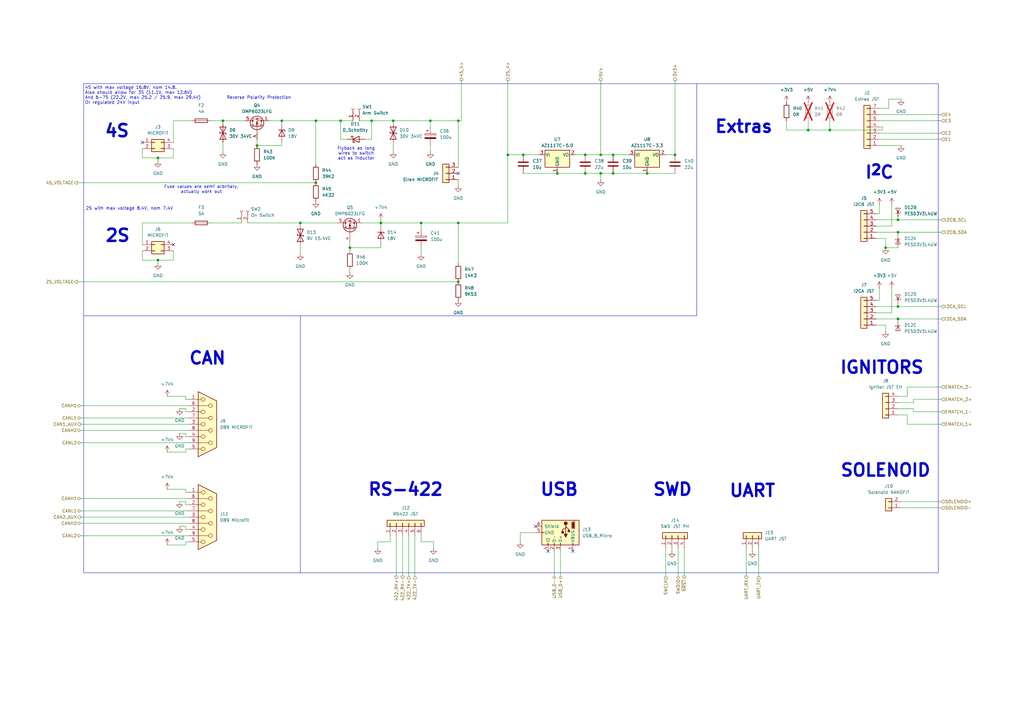
<source format=kicad_sch>
(kicad_sch (version 20250114) (generator "eeschema") (generator_version "9.0")
  (paper "A3")
  (title_block (title "Connectors") (date "2025-04-02") (rev "A") (company "Hybrid Test Stand 2025") (comment 1 "Drawn: Brad Redpath") (comment 2 "Checked: "))
  (rectangle (start 34.29 34.29) (end 384.81 234.95))
  (text "CAN" (at 85.09 147.066 0) (effects (font (size 5 5) (thickness 1) (bold yes))))
  (text "USB" (at 229.362 200.914 0) (effects (font (size 5 5) (thickness 1) (bold yes))))
  (text "Flyback as long\nwires to switch\nact as inductor" (at 146.05 62.992 0) (effects (font (size 1.27 1.27))))
  (text "SOLENOID" (at 363.22 193.04 0) (effects (font (size 5 5) (thickness 1) (bold yes))))
  (text "RS-422" (at 166.37 200.914 0) (effects (font (size 5 5) (thickness 1) (bold yes))))
  (text "IGNITORS" (at 361.696 150.876 0) (effects (font (size 5 5) (thickness 1) (bold yes))))
  (text "Extras" (at 305.054 52.07 0) (effects (font (size 5 5) (thickness 1) (bold yes))))
  (text "2S" (at 48.26 96.774 0) (effects (font (size 5 5) (thickness 1) (bold yes))))
  (text "2S with max voltage 8.4V, nom 7.4V" (at 53.086 85.598 0) (effects (font (size 1.27 1.27))))
  (text "Fuse values are semi arbritary,\nactually work out" (at 82.55 77.724 0) (effects (font (size 1.27 1.27))))
  (text "4S with max voltage 16.8V, nom 14.8.\nAlso should allow for 3S (11.1V, max 12.6V)\nAnd 6-7S (22.2V, max 25.2 / 25.9, max 29.4V)\nOr regulated 24V input" (at 34.798 39.116 0) (effects (font (size 1.27 1.27)) (justify left)))
  (text "4S" (at 48.006 53.848 0) (effects (font (size 5 5) (thickness 1) (bold yes))))
  (text "Reverse Polarity Protection" (at 106.172 40.132 0) (effects (font (size 1.27 1.27))))
  (text "UART" (at 308.61 201.422 0) (effects (font (size 5 5) (thickness 1) (bold yes))))
  (text "SWD" (at 275.844 200.914 0) (effects (font (size 5 5) (thickness 1) (bold yes))))
  (text "I^{2}C" (at 360.68 70.866 0) (effects (font (size 5 5) (thickness 1) (bold yes))))
  (junction (at 276.86 63.5))
  (junction (at 331.47 53.34))
  (junction (at 363.22 101.6))
  (junction (at 240.03 63.5))
  (junction (at 251.46 71.12))
  (junction (at 187.96 91.44))
  (junction (at 129.54 49.53))
  (junction (at 176.53 49.53))
  (junction (at 246.38 71.12))
  (junction (at 368.3 130.81))
  (junction (at 64.77 106.68))
  (junction (at 214.63 63.5))
  (junction (at 123.19 91.44))
  (junction (at 172.72 91.44))
  (junction (at 187.96 49.53))
  (junction (at 240.03 71.12))
  (junction (at 208.28 63.5))
  (junction (at 156.21 91.44))
  (junction (at 143.51 101.6))
  (junction (at 228.6 71.12))
  (junction (at 152.4 49.53))
  (junction (at 265.43 71.12))
  (junction (at 368.3 90.17))
  (junction (at 129.54 74.93))
  (junction (at 91.44 49.53))
  (junction (at 340.36 53.34))
  (junction (at 105.41 59.69))
  (junction (at 251.46 63.5))
  (junction (at 187.96 115.57))
  (junction (at 139.7 49.53))
  (junction (at 368.3 125.73))
  (junction (at 115.57 49.53))
  (junction (at 246.38 63.5))
  (junction (at 161.29 49.53))
  (junction (at 368.3 95.25))
  (junction (at 64.77 64.77))
  (no_connect (at 219.71 215.9))
  (no_connect (at 234.95 226.06))
  (no_connect (at 187.96 71.12))
  (no_connect (at 224.79 226.06))
  (no_connect (at 71.12 100.33))
  (no_connect (at 58.42 58.42))
  (wire (pts (xy 156.21 101.6) (xy 143.51 101.6)))
  (wire (pts (xy 236.22 63.5) (xy 240.03 63.5)))
  (wire (pts (xy 278.13 224.79) (xy 278.13 236.22)))
  (wire (pts (xy 68.58 162.56) (xy 76.2 162.56)))
  (wire (pts (xy 58.42 106.68) (xy 58.42 102.87)))
  (wire (pts (xy 365.76 128.27) (xy 359.41 128.27)))
  (wire (pts (xy 33.02 173.99) (xy 77.47 173.99)))
  (wire (pts (xy 143.51 99.06) (xy 143.51 101.6)))
  (wire (pts (xy 246.38 73.66) (xy 246.38 71.12)))
  (wire (pts (xy 275.59 226.06) (xy 275.59 224.79)))
  (wire (pts (xy 177.8 222.25) (xy 177.8 224.79)))
  (wire (pts (xy 368.3 95.25) (xy 386.08 95.25)))
  (wire (pts (xy 331.47 53.34) (xy 340.36 53.34)))
  (wire (pts (xy 162.56 219.71) (xy 162.56 236.22)))
  (wire (pts (xy 359.41 87.63) (xy 360.68 87.63)))
  (wire (pts (xy 176.53 49.53) (xy 187.96 49.53)))
  (wire (pts (xy 64.77 106.68) (xy 64.77 107.95)))
  (wire (pts (xy 273.05 224.79) (xy 273.05 236.22)))
  (wire (pts (xy 359.41 95.25) (xy 368.3 95.25)))
  (wire (pts (xy 156.21 90.17) (xy 156.21 91.44)))
  (wire (pts (xy 365.76 92.71) (xy 359.41 92.71)))
  (wire (pts (xy 368.3 88.9) (xy 368.3 90.17)))
  (wire (pts (xy 76.2 162.56) (xy 76.2 163.83)))
  (wire (pts (xy 368.3 124.46) (xy 368.3 125.73)))
  (wire (pts (xy 246.38 33.02) (xy 246.38 63.5)))
  (wire (pts (xy 58.42 91.44) (xy 78.74 91.44)))
  (wire (pts (xy 368.3 90.17) (xy 386.08 90.17)))
  (wire (pts (xy 331.47 49.53) (xy 331.47 53.34)))
  (wire (pts (xy 156.21 91.44) (xy 172.72 91.44)))
  (wire (pts (xy 172.72 91.44) (xy 187.96 91.44)))
  (wire (pts (xy 149.86 57.15) (xy 152.4 57.15)))
  (wire (pts (xy 115.57 49.53) (xy 129.54 49.53)))
  (wire (pts (xy 365.76 118.11) (xy 365.76 128.27)))
  (wire (pts (xy 33.02 214.63) (xy 77.47 214.63)))
  (wire (pts (xy 68.58 223.52) (xy 76.2 223.52)))
  (wire (pts (xy 147.32 49.53) (xy 152.4 49.53)))
  (wire (pts (xy 360.68 54.61) (xy 386.08 54.61)))
  (wire (pts (xy 33.02 212.09) (xy 77.47 212.09)))
  (wire (pts (xy 165.1 219.71) (xy 165.1 236.22)))
  (wire (pts (xy 76.2 167.64) (xy 76.2 168.91)))
  (wire (pts (xy 33.02 171.45) (xy 77.47 171.45)))
  (wire (pts (xy 71.12 60.96) (xy 71.12 64.77)))
  (wire (pts (xy 76.2 200.66) (xy 76.2 201.93)))
  (wire (pts (xy 68.58 200.66) (xy 76.2 200.66)))
  (wire (pts (xy 31.75 74.93) (xy 129.54 74.93)))
  (wire (pts (xy 360.68 57.15) (xy 386.08 57.15)))
  (polyline (pts (xy 285.75 34.29) (xy 285.75 129.54)))
  (wire (pts (xy 123.19 91.44) (xy 138.43 91.44)))
  (wire (pts (xy 154.94 222.25) (xy 154.94 224.79)))
  (wire (pts (xy 76.2 215.9) (xy 73.66 215.9)))
  (wire (pts (xy 368.3 130.81) (xy 386.08 130.81)))
  (wire (pts (xy 172.72 91.44) (xy 172.72 93.98)))
  (wire (pts (xy 187.96 91.44) (xy 208.28 91.44)))
  (wire (pts (xy 359.41 90.17) (xy 368.3 90.17)))
  (wire (pts (xy 172.72 222.25) (xy 177.8 222.25)))
  (wire (pts (xy 160.02 219.71) (xy 160.02 222.25)))
  (wire (pts (xy 365.76 83.82) (xy 365.76 92.71)))
  (wire (pts (xy 386.08 168.91) (xy 374.65 168.91)))
  (wire (pts (xy 276.86 33.02) (xy 276.86 63.5)))
  (wire (pts (xy 143.51 111.76) (xy 143.51 110.49)))
  (wire (pts (xy 76.2 185.42) (xy 68.58 185.42)))
  (wire (pts (xy 76.2 177.8) (xy 76.2 179.07)))
  (wire (pts (xy 143.51 101.6) (xy 143.51 102.87)))
  (wire (pts (xy 76.2 185.42) (xy 76.2 184.15)))
  (wire (pts (xy 386.08 163.83) (xy 374.65 163.83)))
  (wire (pts (xy 374.65 165.1) (xy 374.65 163.83)))
  (wire (pts (xy 228.6 71.12) (xy 240.03 71.12)))
  (wire (pts (xy 156.21 100.33) (xy 156.21 101.6)))
  (wire (pts (xy 364.49 40.64) (xy 369.57 40.64)))
  (wire (pts (xy 160.02 222.25) (xy 154.94 222.25)))
  (wire (pts (xy 251.46 71.12) (xy 265.43 71.12)))
  (wire (pts (xy 76.2 217.17) (xy 77.47 217.17)))
  (wire (pts (xy 360.68 44.45) (xy 364.49 44.45)))
  (polyline (pts (xy 123.19 129.54) (xy 123.19 234.95)))
  (wire (pts (xy 386.08 173.99) (xy 372.11 173.99)))
  (polyline (pts (xy 34.29 129.54) (xy 285.75 129.54)))
  (wire (pts (xy 161.29 49.53) (xy 176.53 49.53)))
  (wire (pts (xy 64.77 64.77) (xy 58.42 64.77)))
  (wire (pts (xy 322.58 53.34) (xy 331.47 53.34)))
  (wire (pts (xy 58.42 64.77) (xy 58.42 60.96)))
  (wire (pts (xy 229.87 226.06) (xy 229.87 236.22)))
  (wire (pts (xy 152.4 49.53) (xy 161.29 49.53)))
  (wire (pts (xy 368.3 167.64) (xy 374.65 167.64)))
  (wire (pts (xy 123.19 92.71) (xy 123.19 91.44)))
  (wire (pts (xy 265.43 71.12) (xy 276.86 71.12)))
  (wire (pts (xy 115.57 49.53) (xy 110.49 49.53)))
  (wire (pts (xy 129.54 49.53) (xy 139.7 49.53)))
  (wire (pts (xy 340.36 53.34) (xy 361.95 53.34)))
  (wire (pts (xy 86.36 49.53) (xy 91.44 49.53)))
  (wire (pts (xy 213.36 218.44) (xy 213.36 222.25)))
  (wire (pts (xy 105.41 57.15) (xy 105.41 59.69)))
  (wire (pts (xy 219.71 218.44) (xy 213.36 218.44)))
  (wire (pts (xy 322.58 49.53) (xy 322.58 53.34)))
  (wire (pts (xy 33.02 209.55) (xy 77.47 209.55)))
  (wire (pts (xy 76.2 179.07) (xy 77.47 179.07)))
  (wire (pts (xy 33.02 166.37) (xy 77.47 166.37)))
  (wire (pts (xy 142.24 57.15) (xy 139.7 57.15)))
  (wire (pts (xy 187.96 49.53) (xy 189.23 49.53)))
  (wire (pts (xy 227.33 226.06) (xy 227.33 236.22)))
  (wire (pts (xy 386.08 158.75) (xy 372.11 158.75)))
  (wire (pts (xy 359.41 123.19) (xy 360.68 123.19)))
  (wire (pts (xy 369.57 208.28) (xy 386.08 208.28)))
  (wire (pts (xy 360.68 49.53) (xy 386.08 49.53)))
  (wire (pts (xy 76.2 201.93) (xy 77.47 201.93)))
  (wire (pts (xy 172.72 219.71) (xy 172.72 222.25)))
  (wire (pts (xy 33.02 176.53) (xy 77.47 176.53)))
  (wire (pts (xy 64.77 64.77) (xy 64.77 66.04)))
  (wire (pts (xy 240.03 71.12) (xy 246.38 71.12)))
  (wire (pts (xy 91.44 62.23) (xy 91.44 58.42)))
  (wire (pts (xy 123.19 104.14) (xy 123.19 100.33)))
  (wire (pts (xy 368.3 130.81) (xy 368.3 132.08)))
  (wire (pts (xy 208.28 63.5) (xy 214.63 63.5)))
  (wire (pts (xy 156.21 92.71) (xy 156.21 91.44)))
  (wire (pts (xy 360.68 83.82) (xy 360.68 87.63)))
  (wire (pts (xy 129.54 49.53) (xy 129.54 67.31)))
  (wire (pts (xy 115.57 59.69) (xy 105.41 59.69)))
  (wire (pts (xy 368.3 125.73) (xy 386.08 125.73)))
  (wire (pts (xy 364.49 44.45) (xy 364.49 40.64)))
  (wire (pts (xy 76.2 205.74) (xy 76.2 207.01)))
  (wire (pts (xy 115.57 50.8) (xy 115.57 49.53)))
  (wire (pts (xy 176.53 62.23) (xy 176.53 59.69)))
  (wire (pts (xy 76.2 222.25) (xy 77.47 222.25)))
  (wire (pts (xy 361.95 52.07) (xy 360.68 52.07)))
  (wire (pts (xy 208.28 33.02) (xy 208.28 63.5)))
  (wire (pts (xy 170.18 219.71) (xy 170.18 236.22)))
  (wire (pts (xy 64.77 106.68) (xy 58.42 106.68)))
  (wire (pts (xy 374.65 167.64) (xy 374.65 168.91)))
  (wire (pts (xy 363.22 101.6) (xy 368.3 101.6)))
  (wire (pts (xy 246.38 71.12) (xy 251.46 71.12)))
  (wire (pts (xy 76.2 207.01) (xy 77.47 207.01)))
  (wire (pts (xy 368.3 162.56) (xy 372.11 162.56)))
  (wire (pts (xy 31.75 115.57) (xy 187.96 115.57)))
  (wire (pts (xy 359.41 97.79) (xy 363.22 97.79)))
  (wire (pts (xy 340.36 53.34) (xy 340.36 49.53)))
  (wire (pts (xy 280.67 224.79) (xy 280.67 236.22)))
  (wire (pts (xy 139.7 49.53) (xy 144.78 49.53)))
  (wire (pts (xy 76.2 167.64) (xy 73.66 167.64)))
  (wire (pts (xy 311.15 224.79) (xy 311.15 236.22)))
  (wire (pts (xy 189.23 33.02) (xy 189.23 49.53)))
  (wire (pts (xy 360.68 46.99) (xy 386.08 46.99)))
  (wire (pts (xy 33.02 181.61) (xy 77.47 181.61)))
  (wire (pts (xy 71.12 106.68) (xy 64.77 106.68)))
  (wire (pts (xy 360.68 118.11) (xy 360.68 123.19)))
  (wire (pts (xy 273.05 63.5) (xy 276.86 63.5)))
  (wire (pts (xy 76.2 223.52) (xy 76.2 222.25)))
  (wire (pts (xy 73.66 205.74) (xy 76.2 205.74)))
  (wire (pts (xy 71.12 64.77) (xy 64.77 64.77)))
  (wire (pts (xy 240.03 63.5) (xy 246.38 63.5)))
  (wire (pts (xy 187.96 91.44) (xy 187.96 107.95)))
  (wire (pts (xy 161.29 62.23) (xy 161.29 58.42)))
  (wire (pts (xy 372.11 162.56) (xy 372.11 158.75)))
  (wire (pts (xy 76.2 177.8) (xy 73.66 177.8)))
  (wire (pts (xy 214.63 63.5) (xy 220.98 63.5)))
  (wire (pts (xy 360.68 59.69) (xy 369.57 59.69)))
  (wire (pts (xy 33.02 204.47) (xy 77.47 204.47)))
  (wire (pts (xy 76.2 215.9) (xy 76.2 217.17)))
  (wire (pts (xy 368.3 165.1) (xy 374.65 165.1)))
  (wire (pts (xy 359.41 125.73) (xy 368.3 125.73)))
  (wire (pts (xy 187.96 73.66) (xy 187.96 76.2)))
  (wire (pts (xy 187.96 49.53) (xy 187.96 68.58)))
  (wire (pts (xy 386.08 205.74) (xy 369.57 205.74)))
  (wire (pts (xy 86.36 91.44) (xy 99.06 91.44)))
  (wire (pts (xy 139.7 57.15) (xy 139.7 49.53)))
  (wire (pts (xy 76.2 168.91) (xy 77.47 168.91)))
  (wire (pts (xy 71.12 102.87) (xy 71.12 106.68)))
  (wire (pts (xy 176.53 49.53) (xy 176.53 52.07)))
  (wire (pts (xy 152.4 57.15) (xy 152.4 49.53)))
  (wire (pts (xy 359.41 133.35) (xy 363.22 133.35)))
  (wire (pts (xy 76.2 163.83) (xy 77.47 163.83)))
  (wire (pts (xy 368.3 170.18) (xy 372.11 170.18)))
  (wire (pts (xy 161.29 50.8) (xy 161.29 49.53)))
  (wire (pts (xy 58.42 100.33) (xy 58.42 91.44)))
  (wire (pts (xy 361.95 53.34) (xy 361.95 52.07)))
  (wire (pts (xy 91.44 50.8) (xy 91.44 49.53)))
  (wire (pts (xy 33.02 219.71) (xy 77.47 219.71)))
  (wire (pts (xy 308.61 226.06) (xy 308.61 224.79)))
  (wire (pts (xy 363.22 97.79) (xy 363.22 101.6)))
  (wire (pts (xy 306.07 224.79) (xy 306.07 236.22)))
  (wire (pts (xy 156.21 91.44) (xy 148.59 91.44)))
  (wire (pts (xy 372.11 170.18) (xy 372.11 173.99)))
  (wire (pts (xy 91.44 49.53) (xy 100.33 49.53)))
  (wire (pts (xy 172.72 104.14) (xy 172.72 101.6)))
  (wire (pts (xy 115.57 58.42) (xy 115.57 59.69)))
  (wire (pts (xy 359.41 130.81) (xy 368.3 130.81)))
  (wire (pts (xy 363.22 133.35) (xy 363.22 135.89)))
  (wire (pts (xy 167.64 219.71) (xy 167.64 236.22)))
  (wire (pts (xy 368.3 95.25) (xy 368.3 96.52)))
  (wire (pts (xy 214.63 71.12) (xy 228.6 71.12)))
  (wire (pts (xy 71.12 49.53) (xy 78.74 49.53)))
  (wire (pts (xy 76.2 184.15) (xy 77.47 184.15)))
  (wire (pts (xy 71.12 49.53) (xy 71.12 58.42)))
  (wire (pts (xy 251.46 63.5) (xy 257.81 63.5)))
  (wire (pts (xy 101.6 91.44) (xy 123.19 91.44)))
  (wire (pts (xy 208.28 63.5) (xy 208.28 91.44)))
  (wire (pts (xy 246.38 63.5) (xy 251.46 63.5)))
  (hierarchical_label "CAN2_AUX" (shape output) (at 33.02 212.09 180))
  (hierarchical_label "CAN1_AUX" (shape output) (at 33.02 173.99 180))
  (hierarchical_label "EMATCH_1-" (shape input) (at 386.08 168.91 0))
  (hierarchical_label "SOLENOID+" (shape input) (at 386.08 205.74 0))
  (hierarchical_label "USB_D+" (shape bidirectional) (at 229.87 236.22 270))
  (hierarchical_label "CANH1" (shape bidirectional) (at 33.02 204.47 180))
  (hierarchical_label "I2CA_SCL" (shape input) (at 386.08 125.73 0))
  (hierarchical_label "EMATCH_2+" (shape input) (at 386.08 163.83 0))
  (hierarchical_label "422_RX-" (shape output) (at 165.1 236.22 270))
  (hierarchical_label "I2CB_SCL" (shape input) (at 386.08 90.17 0))
  (hierarchical_label "EMATCH_2-" (shape input) (at 386.08 158.75 0))
  (hierarchical_label "CANL1" (shape bidirectional) (at 33.02 171.45 180))
  (hierarchical_label "CANL2" (shape bidirectional) (at 33.02 219.71 180))
  (hierarchical_label "CANH2" (shape bidirectional) (at 33.02 176.53 180))
  (hierarchical_label "422_RX+" (shape output) (at 162.56 236.22 270))
  (hierarchical_label "E4" (shape input) (at 386.08 46.99 0))
  (hierarchical_label "SOLENOID-" (shape input) (at 386.08 208.28 0))
  (hierarchical_label "UART_TX" (shape input) (at 311.15 236.22 270))
  (hierarchical_label "E3" (shape input) (at 386.08 49.53 0))
  (hierarchical_label "EMATCH_1+" (shape input) (at 386.08 173.99 0))
  (hierarchical_label "UART_RX" (shape output) (at 306.07 236.22 270))
  (hierarchical_label "CANL1" (shape bidirectional) (at 33.02 209.55 180))
  (hierarchical_label "422_TX+" (shape input) (at 167.64 236.22 270))
  (hierarchical_label "SWCLK" (shape input) (at 273.05 236.22 270))
  (hierarchical_label "USB_D-" (shape bidirectional) (at 227.33 236.22 270))
  (hierarchical_label "~{NRST}" (shape output) (at 280.67 236.22 270))
  (hierarchical_label "422_TX-" (shape input) (at 170.18 236.22 270))
  (hierarchical_label "I2CA_SDA" (shape input) (at 386.08 130.81 0))
  (hierarchical_label "4S_V+" (shape output) (at 189.23 33.02 90))
  (hierarchical_label "4S_VOLTAGE" (shape output) (at 31.75 74.93 180))
  (hierarchical_label "CANH1" (shape bidirectional) (at 33.02 166.37 180))
  (hierarchical_label "I2CB_SDA" (shape input) (at 386.08 95.25 0))
  (hierarchical_label "CANH2" (shape bidirectional) (at 33.02 214.63 180))
  (hierarchical_label "2S_VOLTAGE" (shape output) (at 31.75 115.57 180))
  (hierarchical_label "3V3+" (shape output) (at 276.86 33.02 90))
  (hierarchical_label "E1" (shape input) (at 386.08 57.15 0))
  (hierarchical_label "2S_V+" (shape output) (at 208.28 33.02 90))
  (hierarchical_label "SWDIO" (shape bidirectional) (at 278.13 236.22 270))
  (hierarchical_label "E2" (shape input) (at 386.08 54.61 0))
  (hierarchical_label "CANL2" (shape bidirectional) (at 33.02 181.61 180))
  (hierarchical_label "5V+" (shape output) (at 246.38 33.02 90))
  (symbol (lib_id "Connector_Generic:Conn_01x04") (at 363.22 167.64 180) (unit 1)
    (property "Reference" "J8" (at 363.22 156.21 0))
    (property "Value" "Ignitor JST EH" (at 363.22 158.75 0))
    (property "Footprint" "Connector_JST:JST_EH_B4B-EH-A_1x04_P2.50mm_Vertical" (effects (hide yes)))
    (property "Datasheet" "https://www.jst-mfg.com/product/pdf/eng/ePH.pdf" (effects (hide yes)))
    (property "Description" "Generic connector, single row, 01x04, script generated (kicad-library-utils/schlib/autogen/connector/)" (effects (hide yes)))
    (property "MPN" "B4B-PH-K-S" (effects (hide yes)))
  )
  (symbol (lib_id "power:+3V3") (at 360.68 118.11 0) (unit 1)
    (property "Reference" "#PWR098" (effects (hide yes)))
    (property "Value" "+3V3" (at 360.68 113.03 0))
    (property "Description" "Power symbol creates a global label with name \"+3V3\"" (effects (hide yes)))
  )
  (symbol (lib_id "Connector_Generic:Conn_01x05") (at 354.33 92.71 180) (unit 1)
    (property "Reference" "J5" (at 354.33 81.28 0))
    (property "Value" "I2CB JST" (at 354.33 83.82 0))
    (property "Footprint" "Connector_JST:JST_PH_B5B-PH-K_1x05_P2.00mm_Vertical" (effects (hide yes)))
    (property "Datasheet" "https://www.jst-mfg.com/product/pdf/eng/ePH.pdf" (effects (hide yes)))
    (property "Description" "Generic connector, single row, 01x05, script generated (kicad-library-utils/schlib/autogen/connector/)" (effects (hide yes)))
    (property "MPN" "B6B-PH-K-S" (effects (hide yes)))
  )
  (symbol (lib_id "Transistor_FET:DMP3013SFV") (at 143.51 93.98 90) (unit 1)
    (property "Reference" "Q5" (at 143.51 85.09 90))
    (property "Value" "DMP6023LFG" (at 143.51 87.63 90))
    (property "Footprint" "Package_SON:Diodes_PowerDI3333-8" (effects (hide yes)))
    (property "Datasheet" "https://www.diodes.com/assets/Datasheets/DMP6023LFG.pdf" (effects (hide yes)))
    (property "Description" "-7.7A Id, -60V Vds, P-Channel Power MOSFET, 25mOhm Ron, PowerDI3333-8" (effects (hide yes)))
    (property "MPN" "DMP6023LFG-7" (effects (hide yes)))
  )
  (symbol (lib_id "Device:Fuse") (at 82.55 49.53 90) (unit 1)
    (property "Reference" "F2" (at 82.55 43.18 90))
    (property "Value" "4A" (at 82.55 45.72 90))
    (property "Footprint" "Fuse:Fuse_1206_3216Metric" (effects (hide yes)))
    (property "Description" "Fuse" (effects (hide yes)))
  )
  (symbol (lib_id "power:GND") (at 91.44 62.23 0) (unit 1)
    (property "Reference" "#PWR082" (effects (hide yes)))
    (property "Value" "GND" (at 91.44 67.31 0))
    (property "Description" "Power symbol creates a global label with name \"GND\" , ground" (effects (hide yes)))
  )
  (symbol (lib_id "Device:C_Polarized") (at 176.53 55.88 0) (unit 1)
    (property "Reference" "C36" (at 180.34 53.7209 0) (effects (justify left)))
    (property "Value" "100u" (at 180.34 56.2609 0) (effects (justify left)))
    (property "Footprint" "Capacitor_SMD:CP_Elec_8x10.5" (effects (hide yes)))
    (property "Datasheet" "https://content.kemet.com/datasheets/KEM_A4088_A768.pdf" (effects (hide yes)))
    (property "Description" "Polarized capacitor" (effects (hide yes)))
    (property "MPN" "A768KE107M1VLAE036" (effects (hide yes)))
  )
  (symbol (lib_id "Device:C") (at 276.86 67.31 0) (unit 1)
    (property "Reference" "C40" (at 280.67 66.0399 0) (effects (justify left)))
    (property "Value" "22u" (at 280.67 68.5799 0) (effects (justify left)))
    (property "Footprint" "Capacitor_SMD:C_1206_3216Metric" (effects (hide yes)))
    (property "Description" "Unpolarized capacitor" (effects (hide yes)))
  )
  (symbol (lib_id "Connector:DE9_Socket") (at 85.09 212.09 0) (unit 1)
    (property "Reference" "J11" (at 90.17 210.8199 0) (effects (justify left)))
    (property "Value" "DB9 Microfit" (at 90.17 213.3599 0) (effects (justify left)))
    (property "Footprint" "Connector_Molex:Molex_Micro-Fit_3.0_43045-1012_2x05_P3.00mm_Vertical" (effects (hide yes)))
    (property "Datasheet" "https://www.molex.com/en-us/products/part-detail/430451027?display=pdf" (effects (hide yes)))
    (property "Description" "Molex Microfit to DB9" (effects (hide yes)))
    (property "MPN" "0430451027" (effects (hide yes)))
  )
  (symbol (lib_id "Device:R") (at 105.41 63.5 0) (unit 1)
    (property "Reference" "R43" (at 107.95 62.2299 0) (effects (justify left)))
    (property "Value" "100K" (at 107.95 64.7699 0) (effects (justify left)))
    (property "Footprint" "Resistor_SMD:R_0603_1608Metric" (effects (hide yes)))
    (property "Description" "Resistor" (effects (hide yes)))
  )
  (symbol (lib_id "Device:C") (at 251.46 67.31 0) (unit 1)
    (property "Reference" "C39" (at 255.27 66.0399 0) (effects (justify left)))
    (property "Value" "10u" (at 255.27 68.5799 0) (effects (justify left)))
    (property "Footprint" "Capacitor_SMD:C_0603_1608Metric" (effects (hide yes)))
    (property "Description" "Unpolarized capacitor" (effects (hide yes)))
  )
  (symbol (lib_id "power:+5V") (at 331.47 41.91 0) (unit 1)
    (property "Reference" "#PWR079" (effects (hide yes)))
    (property "Value" "+5V" (at 331.47 36.83 0))
    (property "Description" "Power symbol creates a global label with name \"+5V\"" (effects (hide yes)))
  )
  (symbol (lib_id "power:GND") (at 143.51 111.76 0) (unit 1)
    (property "Reference" "#PWR097" (effects (hide yes)))
    (property "Value" "GND" (at 143.51 116.84 0))
    (property "Description" "Power symbol creates a global label with name \"GND\" , ground" (effects (hide yes)))
  )
  (symbol (lib_id "power:+3V3") (at 68.58 223.52 0) (unit 1)
    (property "Reference" "#PWR0110" (effects (hide yes)))
    (property "Value" "+7V4" (at 68.58 218.44 0))
    (property "Description" "Power symbol creates a global label with name \"+7V4\"" (effects (hide yes)))
  )
  (symbol (lib_id "Device:C_Polarized") (at 172.72 97.79 0) (unit 1)
    (property "Reference" "C41" (at 176.53 95.6309 0) (effects (justify left)))
    (property "Value" "100u" (at 176.53 98.1709 0) (effects (justify left)))
    (property "Footprint" "Capacitor_SMD:CP_Elec_8x10.5" (effects (hide yes)))
    (property "Datasheet" "https://content.kemet.com/datasheets/KEM_A4088_A768.pdf" (effects (hide yes)))
    (property "Description" "Polarized capacitor" (effects (hide yes)))
    (property "MPN" "A768KE107M1VLAE036" (effects (hide yes)))
  )
  (symbol (lib_id "Device:R") (at 129.54 78.74 0) (unit 1)
    (property "Reference" "R45" (at 132.08 77.4699 0) (effects (justify left)))
    (property "Value" "4K32" (at 132.08 80.0099 0) (effects (justify left)))
    (property "Footprint" "Resistor_SMD:R_0603_1608Metric" (effects (hide yes)))
    (property "Description" "Resistor" (effects (hide yes)))
  )
  (symbol (lib_id "Device:D_TVS") (at 91.44 54.61 90) (unit 1)
    (property "Reference" "D8" (at 93.98 53.3399 90) (effects (justify right)))
    (property "Value" "30V 34VC" (at 93.98 55.8799 90) (effects (justify right)))
    (property "Footprint" "Diode_SMD:D_SOD-882" (effects (hide yes)))
    (property "Datasheet" "https://assets.nexperia.com/documents/data-sheet/PESD1CANFD30L-Q.pdf" (effects (hide yes)))
    (property "Description" "Bidirectional transient-voltage-suppression diode" (effects (hide yes)))
    (property "MPN" "PESD1CANFD30L-QYL" (effects (hide yes)))
  )
  (symbol (lib_id "Device:R") (at 143.51 106.68 0) (unit 1)
    (property "Reference" "R46" (at 146.05 105.4099 0) (effects (justify left)))
    (property "Value" "100K" (at 146.05 107.9499 0) (effects (justify left)))
    (property "Footprint" "Resistor_SMD:R_0603_1608Metric" (effects (hide yes)))
    (property "Description" "Resistor" (effects (hide yes)))
  )
  (symbol (lib_id "Connector_Generic:Conn_01x05") (at 354.33 128.27 180) (unit 1)
    (property "Reference" "J7" (at 354.33 116.84 0))
    (property "Value" "I2CA JST" (at 354.33 119.38 0))
    (property "Footprint" "Connector_JST:JST_PH_B5B-PH-K_1x05_P2.00mm_Vertical" (effects (hide yes)))
    (property "Datasheet" "https://www.jst-mfg.com/product/pdf/eng/ePH.pdf" (effects (hide yes)))
    (property "Description" "Generic connector, single row, 01x05, script generated (kicad-library-utils/schlib/autogen/connector/)" (effects (hide yes)))
    (property "MPN" "B5B-PH-K-S" (effects (hide yes)))
  )
  (symbol (lib_id "power:+3V3") (at 322.58 41.91 0) (unit 1)
    (property "Reference" "#PWR078" (effects (hide yes)))
    (property "Value" "+3V3" (at 322.58 36.83 0))
    (property "Description" "Power symbol creates a global label with name \"+3V3\"" (effects (hide yes)))
  )
  (symbol (lib_id "Regulator_Linear:AZ1117-3.3") (at 265.43 63.5 0) (unit 1)
    (property "Reference" "U8" (at 265.43 57.15 0))
    (property "Value" "AZ1117C-3.3" (at 265.43 59.69 0))
    (property "Footprint" "Package_TO_SOT_SMD:SOT-223-3_TabPin2" (effects (hide yes)))
    (property "Datasheet" "https://www.diodes.com/assets/Datasheets/AZ1117C.pdf" (effects (hide yes)))
    (property "Description" "1A 20V Fixed LDO Linear Regulator, 3.3V, SOT-89/SOT-223/TO-220/TO-252/TO-263" (effects (hide yes)))
    (property "MPN" "AZ1117CH-3.3TRG1" (effects (hide yes)))
  )
  (symbol (lib_id "power:GND") (at 172.72 104.14 0) (unit 1)
    (property "Reference" "#PWR095" (effects (hide yes)))
    (property "Value" "GND" (at 172.72 109.22 0))
    (property "Description" "Power symbol creates a global label with name \"GND\" , ground" (effects (hide yes)))
  )
  (symbol (lib_id "power:GND") (at 363.22 135.89 0) (unit 1)
    (property "Reference" "#PWR0101" (effects (hide yes)))
    (property "Value" "GND" (at 363.22 140.97 0))
    (property "Description" "Power symbol creates a global label with name \"GND\" , ground" (effects (hide yes)))
  )
  (symbol (lib_id "Connector_Generic:Conn_01x02") (at 364.49 208.28 180) (unit 1)
    (property "Reference" "J10" (at 364.49 199.39 0))
    (property "Value" "Solenoid NANOFIT" (at 364.49 201.93 0))
    (property "Footprint" "Connector_Molex:Molex_Nano-Fit_105309-xx02_1x02_P2.50mm_Vertical" (effects (hide yes)))
    (property "Datasheet" "https://tools.molex.com/pdm_docs/ps/PS-105300-100-001.pdf" (effects (hide yes)))
    (property "Description" "Molex x2 nanofit" (effects (hide yes)))
    (property "MPN" "1053091102" (effects (hide yes)))
  )
  (symbol (lib_id "Device:R") (at 340.36 45.72 0) (unit 1) (in_bom no) (dnp yes)
    (property "Reference" "R42" (at 342.9 44.4499 0) (effects (justify left)))
    (property "Value" "0R" (at 342.9 46.9899 0) (effects (justify left)))
    (property "Footprint" "Resistor_SMD:R_0603_1608Metric" (effects (hide yes)))
    (property "Description" "Resistor" (effects (hide yes)))
  )
  (symbol (lib_id "Power_Protection:PESD3V3L4UW") (at 368.3 99.06 270) (unit 1)
    (property "Reference" "D12" (at 370.84 97.7899 90) (effects (justify left)))
    (property "Value" "PESD3V3L4UW" (at 370.84 100.3299 90) (effects (justify left)))
    (property "Footprint" "Package_TO_SOT_SMD:SOT-665" (effects (hide yes)))
    (property "Datasheet" "https://assets.nexperia.com/documents/data-sheet/PESDXL4UF_G_W.pdf" (effects (hide yes)))
    (property "Description" "Low capacitance unidirectional quadruple ESD protection diode array, 3.3V, Common Anode, SOT-665" (effects (hide yes)))
  )
  (symbol (lib_id "power:GND") (at 73.66 177.8 0) (unit 1)
    (property "Reference" "#PWR0104" (effects (hide yes)))
    (property "Value" "GND" (at 73.66 182.88 0))
    (property "Description" "Power symbol creates a global label with name \"GND\" , ground" (effects (hide yes)))
  )
  (symbol (lib_id "power:GND") (at 187.96 76.2 0) (unit 1)
    (property "Reference" "#PWR088" (effects (hide yes)))
    (property "Value" "GND" (at 187.96 81.28 0))
    (property "Description" "Power symbol creates a global label with name \"GND\" , ground" (effects (hide yes)))
  )
  (symbol (lib_id "power:GND") (at 213.36 222.25 0) (unit 1)
    (property "Reference" "#PWR0109" (effects (hide yes)))
    (property "Value" "GND" (at 213.36 227.33 0))
    (property "Description" "Power symbol creates a global label with name \"GND\" , ground" (effects (hide yes)))
  )
  (symbol (lib_id "Device:C") (at 214.63 67.31 0) (unit 1)
    (property "Reference" "C37" (at 218.44 66.0399 0) (effects (justify left)))
    (property "Value" "10u" (at 218.44 68.5799 0) (effects (justify left)))
    (property "Footprint" "Capacitor_SMD:C_0603_1608Metric" (effects (hide yes)))
    (property "Description" "Unpolarized capacitor" (effects (hide yes)))
  )
  (symbol (lib_id "power:GND") (at 73.66 167.64 0) (unit 1)
    (property "Reference" "#PWR0103" (effects (hide yes)))
    (property "Value" "GND" (at 73.66 172.466 0))
    (property "Description" "Power symbol creates a global label with name \"GND\" , ground" (effects (hide yes)))
  )
  (symbol (lib_id "Power_Protection:PESD3V3L4UW") (at 368.3 121.92 90) (unit 4)
    (property "Reference" "D12" (at 370.84 120.6499 90) (effects (justify right)))
    (property "Value" "PESD3V3L4UW" (at 370.84 123.1899 90) (effects (justify right)))
    (property "Footprint" "Package_TO_SOT_SMD:SOT-665" (effects (hide yes)))
    (property "Datasheet" "https://assets.nexperia.com/documents/data-sheet/PESDXL4UF_G_W.pdf" (effects (hide yes)))
    (property "Description" "Low capacitance unidirectional quadruple ESD protection diode array, 3.3V, Common Anode, SOT-665" (effects (hide yes)))
  )
  (symbol (lib_id "Power_Protection:PESD3V3L4UW") (at 368.3 134.62 270) (unit 3)
    (property "Reference" "D12" (at 370.84 133.3499 90) (effects (justify left)))
    (property "Value" "PESD3V3L4UW" (at 370.84 135.8899 90) (effects (justify left)))
    (property "Footprint" "Package_TO_SOT_SMD:SOT-665" (effects (hide yes)))
    (property "Datasheet" "https://assets.nexperia.com/documents/data-sheet/PESDXL4UF_G_W.pdf" (effects (hide yes)))
    (property "Description" "Low capacitance unidirectional quadruple ESD protection diode array, 3.3V, Common Anode, SOT-665" (effects (hide yes)))
  )
  (symbol (lib_id "Device:R") (at 322.58 45.72 0) (unit 1)
    (property "Reference" "R40" (at 325.12 44.4499 0) (effects (justify left)))
    (property "Value" "0R" (at 325.12 46.9899 0) (effects (justify left)))
    (property "Footprint" "Resistor_SMD:R_0603_1608Metric" (effects (hide yes)))
    (property "Description" "Resistor" (effects (hide yes)))
  )
  (symbol (lib_id "Device:R") (at 331.47 45.72 0) (unit 1) (in_bom no) (dnp yes)
    (property "Reference" "R41" (at 334.01 44.4499 0) (effects (justify left)))
    (property "Value" "0R" (at 334.01 46.9899 0) (effects (justify left)))
    (property "Footprint" "Resistor_SMD:R_0603_1608Metric" (effects (hide yes)))
    (property "Description" "Resistor" (effects (hide yes)))
  )
  (symbol (lib_id "Connector_Generic:Conn_02x02_Counter_Clockwise") (at 63.5 100.33 0) (unit 1)
    (property "Reference" "J6" (at 64.77 93.98 0))
    (property "Value" "MICROFIT" (at 64.77 96.52 0))
    (property "Footprint" "Connector_Molex:Molex_Micro-Fit_3.0_43045-0412_2x02_P3.00mm_Vertical" (effects (hide yes)))
    (property "Datasheet" "https://www.molex.com/pdm_docs/sd/430450412_sd.pdf" (effects (hide yes)))
    (property "Description" "Generic connector, double row, 02x02, counter clockwise pin numbering scheme (similar to DIP package numbering), script generated (kicad-library-utils/schlib/autogen/connector/)" (effects (hide yes)))
    (property "MPN" "430450412" (effects (hide yes)))
  )
  (symbol (lib_id "Connector_Generic:Conn_01x07") (at 355.6 52.07 180) (unit 1)
    (property "Reference" "J2" (at 355.6 38.1 0))
    (property "Value" "Extras JST" (at 355.6 40.64 0))
    (property "Footprint" "Connector_JST:JST_PH_B7B-PH-K_1x07_P2.00mm_Vertical" (effects (hide yes)))
    (property "Datasheet" "https://www.jst-mfg.com/product/pdf/eng/ePH.pdf" (effects (hide yes)))
    (property "Description" "Generic connector, single row, 01x07, script generated (kicad-library-utils/schlib/autogen/connector/)" (effects (hide yes)))
    (property "MPN" "B7B-PH-K-S" (effects (hide yes)))
  )
  (symbol (lib_id "power:GND") (at 369.57 59.69 0) (unit 1)
    (property "Reference" "#PWR081" (effects (hide yes)))
    (property "Value" "GND" (at 369.57 64.77 0))
    (property "Description" "Power symbol creates a global label with name \"GND\" , ground" (effects (hide yes)))
  )
  (symbol (lib_id "power:GND") (at 64.77 107.95 0) (unit 1)
    (property "Reference" "#PWR096" (effects (hide yes)))
    (property "Value" "GND" (at 64.77 113.03 0))
    (property "Description" "Power symbol creates a global label with name \"GND\" , ground" (effects (hide yes)))
  )
  (symbol (lib_id "Device:R") (at 129.54 71.12 0) (unit 1)
    (property "Reference" "R44" (at 132.08 69.8499 0) (effects (justify left)))
    (property "Value" "39K2" (at 132.08 72.3899 0) (effects (justify left)))
    (property "Footprint" "Resistor_SMD:R_0603_1608Metric" (effects (hide yes)))
    (property "Description" "Resistor" (effects (hide yes)))
  )
  (symbol (lib_id "power:GND") (at 73.66 205.74 0) (unit 1)
    (property "Reference" "#PWR0107" (effects (hide yes)))
    (property "Value" "GND" (at 73.66 210.566 0))
    (property "Description" "Power symbol creates a global label with name \"GND\" , ground" (effects (hide yes)))
  )
  (symbol (lib_id "Connector_Generic:Conn_02x02_Counter_Clockwise") (at 63.5 58.42 0) (unit 1)
    (property "Reference" "J3" (at 64.77 52.07 0))
    (property "Value" "MICROFIT" (at 64.77 54.61 0))
    (property "Footprint" "Connector_Molex:Molex_Micro-Fit_3.0_43045-0412_2x02_P3.00mm_Vertical" (effects (hide yes)))
    (property "Description" "https://www.molex.com/pdm_docs/sd/430450412_sd.pdf" (effects (hide yes)))
    (property "MPN" "0430450412" (effects (hide yes)))
  )
  (symbol (lib_id "power:GND") (at 176.53 62.23 0) (unit 1)
    (property "Reference" "#PWR084" (effects (hide yes)))
    (property "Value" "GND" (at 176.53 67.31 0))
    (property "Description" "Power symbol creates a global label with name \"GND\" , ground" (effects (hide yes)))
  )
  (symbol (lib_id "Connector_Generic:Conn_01x04") (at 275.59 219.71 90) (unit 1)
    (property "Reference" "J14" (at 276.86 213.36 90))
    (property "Value" "SWD JST PH" (at 276.86 215.9 90))
    (property "Footprint" "Connector_JST:JST_PH_B4B-PH-K_1x04_P2.00mm_Vertical" (effects (hide yes)))
    (property "Datasheet" "https://www.jst-mfg.com/product/pdf/eng/ePH.pdf" (effects (hide yes)))
    (property "Description" "Generic connector, single row, 01x04, script generated (kicad-library-utils/schlib/autogen/connector/)" (effects (hide yes)))
    (property "MPN" "B4B-PH-K-S" (effects (hide yes)))
  )
  (symbol (lib_id "power:+3V3") (at 68.58 162.56 0) (unit 1)
    (property "Reference" "#PWR0102" (effects (hide yes)))
    (property "Value" "+7V4" (at 68.58 157.48 0))
    (property "Description" "Power symbol creates a global label with name \"+7V4\"" (effects (hide yes)))
  )
  (symbol (lib_id "power:GND") (at 129.54 82.55 0) (unit 1)
    (property "Reference" "#PWR089" (effects (hide yes)))
    (property "Value" "GND" (at 129.54 87.63 0))
    (property "Description" "Power symbol creates a global label with name \"GND\" , ground" (effects (hide yes)))
  )
  (symbol (lib_id "Connector:DE9_Socket") (at 85.09 173.99 0) (unit 1)
    (property "Reference" "J9" (at 90.17 172.7199 0) (effects (justify left)))
    (property "Value" "DB9 MICROFIT" (at 90.17 175.2599 0) (effects (justify left)))
    (property "Footprint" "Connector_Molex:Molex_Micro-Fit_3.0_43045-1012_2x05_P3.00mm_Vertical" (effects (hide yes)))
    (property "Datasheet" "https://www.molex.com/en-us/products/part-detail/430451027?display=pdf" (effects (hide yes)))
    (property "Description" "Molex Microfit to DB9" (effects (hide yes)))
    (property "MPN" "0430451027" (effects (hide yes)))
  )
  (symbol (lib_id "Power_Protection:PESD3V3L4UW") (at 368.3 86.36 90) (unit 2)
    (property "Reference" "D12" (at 370.84 85.0899 90) (effects (justify right)))
    (property "Value" "PESD3V3L4UW" (at 370.84 87.6299 90) (effects (justify right)))
    (property "Footprint" "Package_TO_SOT_SMD:SOT-665" (effects (hide yes)))
    (property "Datasheet" "https://assets.nexperia.com/documents/data-sheet/PESDXL4UF_G_W.pdf" (effects (hide yes)))
    (property "Description" "Low capacitance unidirectional quadruple ESD protection diode array, 3.3V, Common Anode, SOT-665" (effects (hide yes)))
  )
  (symbol (lib_id "power:GND") (at 105.41 67.31 0) (unit 1)
    (property "Reference" "#PWR086" (effects (hide yes)))
    (property "Value" "GND" (at 105.41 72.39 0))
    (property "Description" "Power symbol creates a global label with name \"GND\" , ground" (effects (hide yes)))
  )
  (symbol (lib_id "power:GND") (at 369.57 40.64 0) (unit 1)
    (property "Reference" "#PWR077" (effects (hide yes)))
    (property "Value" "GND" (at 369.57 45.72 0))
    (property "Description" "Power symbol creates a global label with name \"GND\" , ground" (effects (hide yes)))
  )
  (symbol (lib_id "Device:D_Zener") (at 115.57 54.61 270) (unit 1)
    (property "Reference" "D9" (at 118.11 53.3399 90) (effects (justify left)))
    (property "Value" "18V" (at 118.11 55.8799 90) (effects (justify left)))
    (property "Footprint" "Diode_SMD:D_SOD-323F" (effects (hide yes)))
    (property "Datasheet" "https://www.onsemi.com/pdf/datasheet/mm3z9v1b-d.pdf" (effects (hide yes)))
    (property "Description" "Zener diode" (effects (hide yes)))
    (property "MPN" "MM3Z18VB" (effects (hide yes)))
  )
  (symbol (lib_id "power:GND") (at 246.38 73.66 0) (unit 1)
    (property "Reference" "#PWR087" (effects (hide yes)))
    (property "Value" "GND" (at 246.38 78.74 0))
    (property "Description" "Power symbol creates a global label with name \"GND\" , ground" (effects (hide yes)))
  )
  (symbol (lib_id "power:GND") (at 308.61 226.06 0) (unit 1)
    (property "Reference" "#PWR0114" (effects (hide yes)))
    (property "Value" "GND" (at 308.61 231.14 0))
    (property "Description" "Power symbol creates a global label with name \"GND\" , ground" (effects (hide yes)))
  )
  (symbol (lib_id "power:GND") (at 123.19 104.14 0) (unit 1)
    (property "Reference" "#PWR094" (effects (hide yes)))
    (property "Value" "GND" (at 123.19 109.22 0))
    (property "Description" "Power symbol creates a global label with name \"GND\" , ground" (effects (hide yes)))
  )
  (symbol (lib_id "Device:D_TVS") (at 161.29 54.61 90) (unit 1)
    (property "Reference" "D10" (at 163.83 53.3399 90) (effects (justify right)))
    (property "Value" "30V 34VC" (at 163.83 55.8799 90) (effects (justify right)))
    (property "Footprint" "Diode_SMD:D_SOD-882" (effects (hide yes)))
    (property "Datasheet" "https://assets.nexperia.com/documents/data-sheet/PESD1CANFD30L-Q.pdf" (effects (hide yes)))
    (property "Description" "Bidirectional transient-voltage-suppression diode" (effects (hide yes)))
    (property "MPN" "PESD1CANFD30L-QYL" (effects (hide yes)))
  )
  (symbol (lib_id "power:+5V") (at 365.76 83.82 0) (unit 1)
    (property "Reference" "#PWR091" (effects (hide yes)))
    (property "Value" "+5V" (at 365.76 78.74 0))
    (property "Description" "Power symbol creates a global label with name \"+5V\"" (effects (hide yes)))
  )
  (symbol (lib_id "Device:D_Schottky") (at 146.05 57.15 0) (unit 1)
    (property "Reference" "D11" (at 145.7325 50.8 0))
    (property "Value" "D_Schottky" (at 145.7325 53.34 0))
    (property "Footprint" "Diode_SMD:D_SOD-882" (effects (hide yes)))
    (property "Datasheet" "https://toshiba.semicon-storage.com/info/docget.jsp?did=14192&prodName=CTS05S40" (effects (hide yes)))
    (property "Description" "Schottky diode" (effects (hide yes)))
    (property "MPN" "CTS05S40,L3F" (effects (hide yes)))
  )
  (symbol (lib_id "Connector_Generic:Conn_01x06") (at 165.1 214.63 90) (unit 1)
    (property "Reference" "J12" (at 166.37 208.28 90))
    (property "Value" "RS422 JST" (at 166.37 210.82 90))
    (property "Footprint" "Connector_JST:JST_PH_B6B-PH-K_1x06_P2.00mm_Vertical" (effects (hide yes)))
    (property "Datasheet" "https://www.jst-mfg.com/product/pdf/eng/ePH.pdf" (effects (hide yes)))
    (property "Description" "Generic connector, single row, 01x06, script generated (kicad-library-utils/schlib/autogen/connector/)" (effects (hide yes)))
    (property "MPN" "B6B-PH-K-S" (effects (hide yes)))
  )
  (symbol (lib_id "Regulator_Linear:AZ1117-5.0") (at 228.6 63.5 0) (unit 1)
    (property "Reference" "U7" (at 228.6 57.15 0))
    (property "Value" "AZ1117C-5.0" (at 228.6 59.69 0))
    (property "Footprint" "Package_TO_SOT_SMD:SOT-223-3_TabPin2" (effects (hide yes)))
    (property "Datasheet" "https://www.diodes.com/assets/Datasheets/AZ1117C.pdf" (effects (hide yes)))
    (property "Description" "1A 20V Fixed LDO Linear Regulator, 5.0V, SOT-89/SOT-223/TO-220/TO-252/TO-263" (effects (hide yes)))
    (property "MPN" "AZ1117CH-5.0TRG1" (effects (hide yes)))
  )
  (symbol (lib_id "Device:R") (at 187.96 119.38 0) (unit 1)
    (property "Reference" "R48" (at 190.5 118.1099 0) (effects (justify left)))
    (property "Value" "9K53" (at 190.5 120.6499 0) (effects (justify left)))
    (property "Footprint" "Resistor_SMD:R_0603_1608Metric" (effects (hide yes)))
    (property "Description" "Resistor" (effects (hide yes)))
  )
  (symbol (lib_id "Connector:USB_B_Micro") (at 229.87 218.44 270) (unit 1)
    (property "Reference" "J13" (at 238.76 217.1699 90) (effects (justify left)))
    (property "Value" "USB_B_Micro" (at 238.76 219.7099 90) (effects (justify left)))
    (property "Footprint" "Connector_USB:USB_Micro-B_Amphenol_10118193-0001LF_Horizontal" (effects (hide yes)))
    (property "Datasheet" "https://cdn.amphenol-cs.com/media/wysiwyg/files/documentation/datasheet/inputoutput/io_usb_micro.pdf" (effects (hide yes)))
    (property "Description" "USB Micro Type B connector" (effects (hide yes)))
    (property "MPN" "10118193-0001LF" (effects (hide yes)))
  )
  (symbol (lib_id "Device:Fuse") (at 82.55 91.44 90) (unit 1)
    (property "Reference" "F3" (at 82.55 85.09 90))
    (property "Value" "5A" (at 82.55 87.63 90))
    (property "Footprint" "Fuse:Fuse_1206_3216Metric" (effects (hide yes)))
    (property "Description" "Fuse" (effects (hide yes)))
  )
  (symbol (lib_id "Device:R") (at 187.96 111.76 0) (unit 1)
    (property "Reference" "R47" (at 190.5 110.4899 0) (effects (justify left)))
    (property "Value" "14K3" (at 190.5 113.0299 0) (effects (justify left)))
    (property "Footprint" "Resistor_SMD:R_0603_1608Metric" (effects (hide yes)))
    (property "Description" "Resistor" (effects (hide yes)))
  )
  (symbol (lib_id "Connector_Generic:Conn_01x03") (at 182.88 71.12 180) (unit 1)
    (property "Reference" "J4" (at 178.816 71.12 0))
    (property "Value" "Siren MICROFIT" (at 172.466 73.66 0))
    (property "Footprint" "Connector_Molex:Molex_Micro-Fit_3.0_43650-0315_1x03_P3.00mm_Vertical" (effects (hide yes)))
    (property "Datasheet" "https://www.molex.com/pdm_docs/sd/436500315_sd.pdf" (effects (hide yes)))
    (property "Description" "Generic connector, single row, 01x03, script generated (kicad-library-utils/schlib/autogen/connector/)" (effects (hide yes)))
    (property "MPN" "436500315" (effects (hide yes)))
  )
  (symbol (lib_id "Device:D_TVS") (at 123.19 96.52 90) (unit 1)
    (property "Reference" "D13" (at 125.73 95.2499 90) (effects (justify right)))
    (property "Value" "9V 15.4VC" (at 125.73 97.7899 90) (effects (justify right)))
    (property "Footprint" "Diode_SMD:D_SOD-123F" (effects (hide yes)))
    (property "Datasheet" "https://www.littelfuse.com/assetdocs/tvs-diodes-smf-datasheet?assetguid=7eb8a5b6-bdd0-4561-8f19-0c3cc6f9b2af" (effects (hide yes)))
    (property "Description" "Bidirectional transient-voltage-suppression diode" (effects (hide yes)))
    (property "MPN" "SMF9.0CA" (effects (hide yes)))
  )
  (symbol (lib_id "power:GND") (at 187.96 123.19 0) (unit 1)
    (property "Reference" "#PWR0100" (effects (hide yes)))
    (property "Value" "GND" (at 187.96 128.27 0))
    (property "Description" "Power symbol creates a global label with name \"GND\" , ground" (effects (hide yes)))
  )
  (symbol (lib_id "Device:D_Zener") (at 156.21 96.52 270) (unit 1)
    (property "Reference" "D14" (at 158.75 95.2499 90) (effects (justify left)))
    (property "Value" "18V" (at 158.75 97.7899 90) (effects (justify left)))
    (property "Footprint" "Diode_SMD:D_SOD-323F" (effects (hide yes)))
    (property "Datasheet" "https://www.onsemi.com/pdf/datasheet/mm3z9v1b-d.pdf" (effects (hide yes)))
    (property "Description" "Zener diode" (effects (hide yes)))
    (property "MPN" "MM3Z18VB" (effects (hide yes)))
  )
  (symbol (lib_id "power:GND") (at 363.22 101.6 0) (unit 1)
    (property "Reference" "#PWR093" (effects (hide yes)))
    (property "Value" "GND" (at 363.22 106.68 0))
    (property "Description" "Power symbol creates a global label with name \"GND\" , ground" (effects (hide yes)))
  )
  (symbol (lib_id "Connector_Generic:Conn_01x03") (at 308.61 219.71 90) (unit 1)
    (property "Reference" "J15" (at 313.69 218.4399 90) (effects (justify right)))
    (property "Value" "UART JST" (at 313.69 220.9799 90) (effects (justify right)))
    (property "Footprint" "Connector_JST:JST_PH_B3B-PH-K_1x03_P2.00mm_Vertical" (effects (hide yes)))
    (property "Datasheet" "https://www.jst-mfg.com/product/pdf/eng/ePH.pdf" (effects (hide yes)))
    (property "Description" "Generic connector, single row, 01x03, script generated (kicad-library-utils/schlib/autogen/connector/)" (effects (hide yes)))
    (property "MPN" "B3B-PH-K-S" (effects (hide yes)))
  )
  (symbol (lib_id "power:+3V3") (at 360.68 83.82 0) (unit 1)
    (property "Reference" "#PWR090" (effects (hide yes)))
    (property "Value" "+3V3" (at 360.68 78.74 0))
    (property "Description" "Power symbol creates a global label with name \"+3V3\"" (effects (hide yes)))
  )
  (symbol (lib_id "Connector:Conn_01x02_Socket") (at 99.06 86.36 90) (unit 1)
    (property "Reference" "SW2" (at 102.87 85.7249 90) (effects (justify right)))
    (property "Value" "On Switch" (at 102.87 88.2649 90) (effects (justify right)))
    (property "Footprint" "Connector_Molex:Molex_Micro-Fit_3.0_43650-0215_1x02_P3.00mm_Vertical" (effects (hide yes)))
    (property "Datasheet" "https://tools.molex.com/pdm_docs/ps/PS-43650.pdf" (effects (hide yes)))
    (property "Description" "Molex x2 Microfit" (effects (hide yes)))
    (property "MPN" "436500228" (effects (hide yes)))
  )
  (symbol (lib_id "power:+3V3") (at 156.21 90.17 0) (unit 1)
    (property "Reference" "#PWR092" (effects (hide yes)))
    (property "Value" "+7V4" (at 156.21 85.09 0))
    (property "Description" "Power symbol creates a global label with name \"+7V4\"" (effects (hide yes)))
  )
  (symbol (lib_id "power:+3V3") (at 340.36 41.91 0) (unit 1)
    (property "Reference" "#PWR080" (effects (hide yes)))
    (property "Value" "+7V4" (at 340.36 36.83 0))
    (property "Description" "Power symbol creates a global label with name \"+7V4\"" (effects (hide yes)))
  )
  (symbol (lib_id "power:GND") (at 73.66 215.9 0) (unit 1)
    (property "Reference" "#PWR0108" (effects (hide yes)))
    (property "Value" "GND" (at 73.66 220.726 0))
    (property "Description" "Power symbol creates a global label with name \"GND\" , ground" (effects (hide yes)))
  )
  (symbol (lib_id "power:GND") (at 275.59 226.06 0) (unit 1)
    (property "Reference" "#PWR0113" (effects (hide yes)))
    (property "Value" "GND" (at 275.59 231.14 0))
    (property "Description" "Power symbol creates a global label with name \"GND\" , ground" (effects (hide yes)))
  )
  (symbol (lib_id "power:GND") (at 64.77 66.04 0) (unit 1)
    (property "Reference" "#PWR085" (effects (hide yes)))
    (property "Value" "GND" (at 64.77 71.12 0))
    (property "Description" "Power symbol creates a global label with name \"GND\" , ground" (effects (hide yes)))
  )
  (symbol (lib_id "power:+3V3") (at 68.58 200.66 0) (unit 1)
    (property "Reference" "#PWR0106" (effects (hide yes)))
    (property "Value" "+7V4" (at 68.58 195.58 0))
    (property "Description" "Power symbol creates a global label with name \"+7V4\"" (effects (hide yes)))
  )
  (symbol (lib_id "power:GND") (at 177.8 224.79 0) (unit 1)
    (property "Reference" "#PWR0112" (effects (hide yes)))
    (property "Value" "GND" (at 177.8 229.87 0))
    (property "Description" "Power symbol creates a global label with name \"GND\" , ground" (effects (hide yes)))
  )
  (symbol (lib_id "Device:C") (at 240.03 67.31 0) (unit 1)
    (property "Reference" "C38" (at 243.84 66.0399 0) (effects (justify left)))
    (property "Value" "22u" (at 243.84 68.5799 0) (effects (justify left)))
    (property "Footprint" "Capacitor_SMD:C_1206_3216Metric" (effects (hide yes)))
    (property "Description" "Unpolarized capacitor" (effects (hide yes)))
  )
  (symbol (lib_id "Connector:Conn_01x02_Socket") (at 144.78 44.45 90) (unit 1)
    (property "Reference" "SW1" (at 148.59 43.8149 90) (effects (justify right)))
    (property "Value" "Arm Switch" (at 148.59 46.3549 90) (effects (justify right)))
    (property "Footprint" "Connector_Molex:Molex_Micro-Fit_3.0_43650-0215_1x02_P3.00mm_Vertical" (effects (hide yes)))
    (property "Datasheet" "https://tools.molex.com/pdm_docs/ps/PS-43650.pdf" (effects (hide yes)))
    (property "Description" "Generic connector, single row, 01x02, script generated" (effects (hide yes)))
    (property "MPN" "436500228" (effects (hide yes)))
  )
  (symbol (lib_id "power:+5V") (at 365.76 118.11 0) (unit 1)
    (property "Reference" "#PWR099" (effects (hide yes)))
    (property "Value" "+5V" (at 365.76 113.03 0))
    (property "Description" "Power symbol creates a global label with name \"+5V\"" (effects (hide yes)))
  )
  (symbol (lib_id "power:GND") (at 161.29 62.23 0) (unit 1)
    (property "Reference" "#PWR083" (effects (hide yes)))
    (property "Value" "GND" (at 161.29 67.31 0))
    (property "Description" "Power symbol creates a global label with name \"GND\" , ground" (effects (hide yes)))
  )
  (symbol (lib_id "Transistor_FET:DMP3013SFV") (at 105.41 52.07 90) (unit 1)
    (property "Reference" "Q4" (at 105.41 43.18 90))
    (property "Value" "DMP6023LFG" (at 105.41 45.72 90))
    (property "Footprint" "Package_SON:Diodes_PowerDI3333-8" (effects (hide yes)))
    (property "Datasheet" "https://www.diodes.com/assets/Datasheets/DMP6023LFG.pdf" (effects (hide yes)))
    (property "Description" "-7.7A Id, -60V Vds, P-Channel Power MOSFET, 25mOhm Ron, PowerDI3333-8" (effects (hide yes)))
    (property "MPN" "DMP6023LFG-7" (effects (hide yes)))
  )
  (symbol (lib_id "power:GND") (at 154.94 224.79 0) (unit 1)
    (property "Reference" "#PWR0111" (effects (hide yes)))
    (property "Value" "GND" (at 154.94 229.87 0))
    (property "Description" "Power symbol creates a global label with name \"GND\" , ground" (effects (hide yes)))
  )
  (symbol (lib_id "power:+3V3") (at 68.58 185.42 0) (unit 1)
    (property "Reference" "#PWR0105" (effects (hide yes)))
    (property "Value" "+7V4" (at 68.58 180.34 0))
    (property "Description" "Power symbol creates a global label with name \"+7V4\"" (effects (hide yes)))
  )
)
</source>
